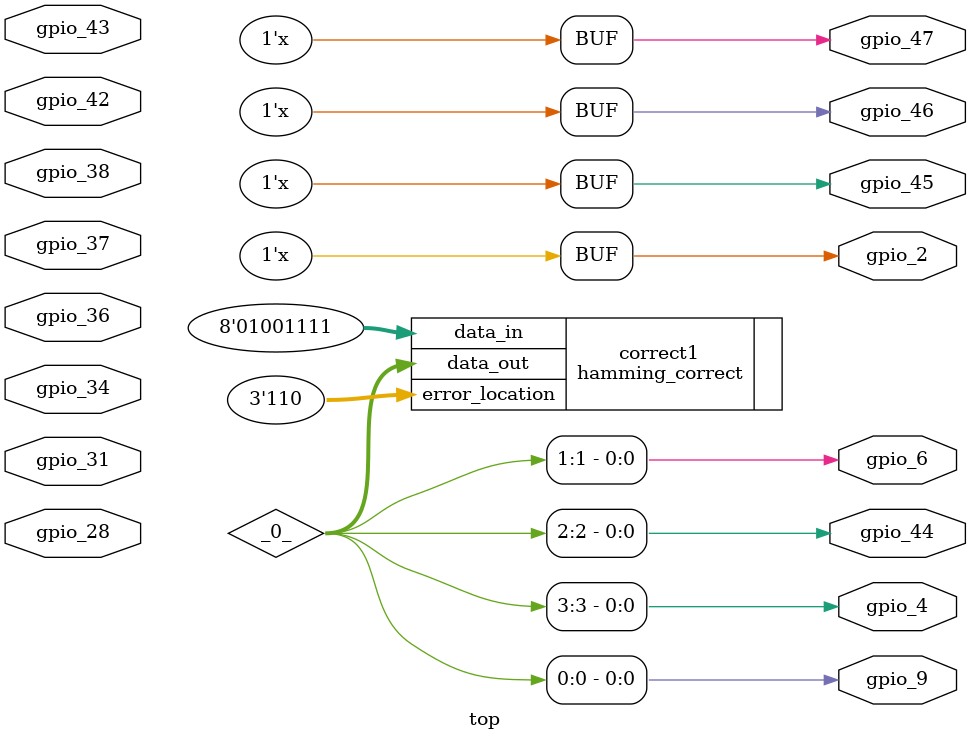
<source format=v>
/* Generated by Yosys 0.9+4052 (open-tool-forge build) (git sha1 0ccc7229, gcc 9.3.0-17ubuntu1~20.04 -Os) */

module top(gpio_31, gpio_37, gpio_34, gpio_43, gpio_36, gpio_42, gpio_38, gpio_28, gpio_9, gpio_6, gpio_44, gpio_4, gpio_45, gpio_47, gpio_46, gpio_2);
  wire [3:0] _0_;
  output gpio_2;
  input gpio_28;
  input gpio_31;
  input gpio_34;
  input gpio_36;
  input gpio_37;
  input gpio_38;
  output gpio_4;
  input gpio_42;
  input gpio_43;
  output gpio_44;
  output gpio_45;
  output gpio_46;
  output gpio_47;
  output gpio_6;
  output gpio_9;
  hamming_correct correct1 (
    .data_in(8'h4f),
    .data_out(_0_),
    .error_location(3'h6)
  );
  assign gpio_9 = _0_[0];
  assign gpio_6 = _0_[1];
  assign gpio_44 = _0_[2];
  assign gpio_4 = _0_[3];
  assign gpio_45 = 1'hz;
  assign gpio_47 = 1'hz;
  assign gpio_46 = 1'hz;
  assign gpio_2 = 1'hz;
endmodule

</source>
